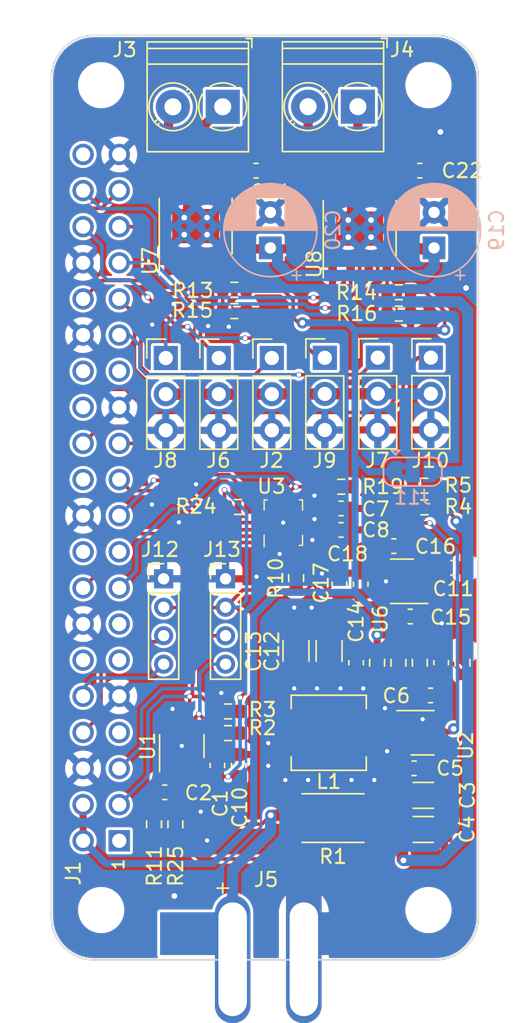
<source format=kicad_pcb>
(kicad_pcb (version 20211014) (generator pcbnew)
  (layers (0 "F.Cu" signal) (31 "B.Cu" signal) (34 "B.Paste" user) (35 "F.Paste" user) (36 "B.SilkS" user "B.Silkscreen") (37 "F.SilkS" user "F.Silkscreen") (38 "B.Mask" user) (39 "F.Mask" user) (44 "Edge.Cuts" user))
  (net 0 "")
  (net 1 "+3.3V")
  (net 2 "GND")
  (net 3 "+12V")
  (net 4 "Net-(C12-Pad1)")
  (net 5 "Net-(C9-Pad1)")
  (net 6 "+5V")
  (net 7 "Net-(C16-Pad1)")
  (net 9 "SDA")
  (net 10 "SCL")
  (net 14 "DIR_MOT_1")
  (net 16 "IMU_INT1")
  (net 18 "IMU_INT2")
  (net 19 "MOSI")
  (net 20 "MISO")
  (net 21 "V_PS_-")
  (net 22 "SCLK")
  (net 23 "IMU_CS")
  (net 27 "PWM_MOT_0")
  (net 28 "PWM_MOT_1")
  (net 30 "DIR_MOT_0")
  (net 32 "Net-(R4-Pad1)")
  (net 33 "Net-(R13-Pad2)")
  (net 34 "Net-(R14-Pad2)")
  (net 39 "Net-(C6-Pad2)")
  (net 40 "Net-(C6-Pad1)")
  (net 41 "Net-(J3-Pad1)")
  (net 42 "Net-(J3-Pad2)")
  (net 43 "Net-(J4-Pad1)")
  (net 44 "Net-(J4-Pad2)")
  (net 45 "Net-(C9-Pad2)")
  (net 47 "V_PS_+")
  (net 48 "V_GPIO")
  (net 49 "GPIO_1")
  (net 50 "GPIO_2")
  (net 51 "GPIO_3")
  (net 52 "GPIO_0")
  (net 53 "Net-(J1-Pad8)")
  (net 54 "Net-(J1-Pad10)")
  (net 55 "Net-(J5-Pad1)")
  (footprint "Capacitor_SMD:C_0603_1608Metric" (layer "F.Cu") (at 100.675 63.4)
    (fp_text reference "C16")
    (fp_text value "NC")
  )
  (footprint "Capacitor_SMD:C_0603_1608Metric" (layer "F.Cu") (at 96.971484 60.75 180)
    (fp_text reference "C7")
    (fp_text value "C")
  )
  (footprint "Capacitor_SMD:C_1206_3216Metric" (layer "F.Cu") (at 102.750001 83.325001)
    (fp_text reference "C4")
    (fp_text value "1µ")
  )
  (footprint "Connector_PinHeader_2.54mm:PinHeader_1x03_P2.54mm_Vertical" (layer "F.Cu") (at 103.275 50.15)
    (fp_text reference "J10")
    (fp_text value "Conn_01x03_Male")
  )
  (footprint "Capacitor_SMD:C_0603_1608Metric" (layer "F.Cu") (at 91 37)
    (fp_text reference "C21")
    (fp_text value "220n")
  )
  (footprint "Resistor_SMD:R_0603_1608Metric" (layer "F.Cu") (at 89.475 45.375 180)
    (fp_text reference "R13")
    (fp_text value "4K7")
  )
  (footprint "pylot:SOIC-8-1EP_3.9x4.9mm_P1.27mm_EP2.41x3.3mm" (layer "F.Cu") (at 86.75 40.9 90)
    (fp_text reference "U7")
    (fp_text value "A4950K")
  )
  (footprint "Resistor_SMD:R_0603_1608Metric" (layer "F.Cu") (at 85.325 82.9625 -90)
    (fp_text reference "R25")
    (fp_text value "10R")
  )
  (footprint "Package_LGA:Bosch_LGA-14_3x2.5mm_P0.5mm" (layer "F.Cu") (at 92.909409 61.75 90)
    (fp_text reference "U3")
    (fp_text value "BMI160")
  )
  (footprint "Inductor_SMD:L_Vishay_IHLP-2020" (layer "F.Cu") (at 96.100001 76.525 180)
    (fp_text reference "L1")
    (fp_text value "INDUCTOR")
  )
  (footprint "Resistor_SMD:R_0603_1608Metric" (layer "F.Cu") (at 89.025 76.55)
    (fp_text reference "R2")
    (fp_text value "4K7")
  )
  (footprint "Resistor_SMD:R_0603_1608Metric" (layer "F.Cu") (at 101 71.6 90)
    (fp_text reference "R8" hide)
    (fp_text value "49.9R")
  )
  (footprint "TerminalBlock_Phoenix:TerminalBlock_Phoenix_PT-1,5-2-3.5-H_1x02_P3.50mm_Horizontal" (layer "F.Cu") (at 98.15 32.5 180)
    (fp_text reference "J4")
    (fp_text value "Screw_Terminal_01x02")
  )
  (footprint "Resistor_SMD:R_0603_1608Metric" (layer "F.Cu") (at 89.025 75.025)
    (fp_text reference "R3")
    (fp_text value "4K7")
  )
  (footprint "Resistor_SMD:R_0603_1608Metric" (layer "F.Cu") (at 89.725 60.65)
    (fp_text reference "R24")
    (fp_text value "4K7")
  )
  (footprint "Capacitor_SMD:C_0603_1608Metric" (layer "F.Cu") (at 103.25 73.9 180)
    (fp_text reference "C6")
    (fp_text value "100n")
  )
  (footprint "Package_TO_SOT_SMD:SOT-23-5" (layer "F.Cu") (at 101.25 65.875 180)
    (fp_text reference "U6")
    (fp_text value "TPS73633DBV")
  )
  (footprint "Capacitor_SMD:C_1206_3216Metric" (layer "F.Cu") (at 96.125 70.775 90)
    (fp_text reference "C12")
    (fp_text value "22µ")
  )
  (footprint "Connector_PinHeader_2.00mm:PinHeader_1x04_P2.00mm_Vertical" (layer "F.Cu") (at 88.85 65.7)
    (fp_text reference "J13")
    (fp_text value "Conn_01x04_Male")
  )
  (footprint "Resistor_SMD:R_2512_6332Metric" (layer "F.Cu") (at 96.400001 82.525)
    (fp_text reference "R1")
    (fp_text value "R")
  )
  (footprint "Capacitor_SMD:C_0603_1608Metric" (layer "F.Cu") (at 102.100001 79.025)
    (fp_text reference "C5")
    (fp_text value "100n")
  )
  (footprint "Capacitor_SMD:C_0603_1608Metric" (layer "F.Cu") (at 88.275 78.825 90)
    (fp_text reference "C1")
    (fp_text value "C")
  )
  (footprint "Resistor_SMD:R_0603_1608Metric" (layer "F.Cu") (at 105.5 71.6 90)
    (fp_text reference "R7" hide)
    (fp_text value "13.3K")
  )
  (footprint "Capacitor_SMD:C_1206_3216Metric" (layer "F.Cu") (at 102.750001 80.925)
    (fp_text reference "C3")
    (fp_text value "10µ")
  )
  (footprint "Capacitor_SMD:C_0603_1608Metric" (layer "F.Cu") (at 98.025 71.6 90)
    (fp_text reference "C14")
    (fp_text value "1µ")
  )
  (footprint "Resistor_SMD:R_0603_1608Metric" (layer "F.Cu") (at 93.81097 65.656765 90)
    (fp_text reference "R10")
    (fp_text value "4K7")
  )
  (footprint "Connector_PinHeader_2.00mm:PinHeader_1x04_P2.00mm_Vertical" (layer "F.Cu") (at 84.5 65.7)
    (fp_text reference "J12")
    (fp_text value "Conn_01x04_Male")
  )
  (footprint "Capacitor_SMD:C_0603_1608Metric" (layer "F.Cu") (at 104.825 64.925)
    (fp_text reference "C11")
    (fp_text value "NC")
  )
  (footprint "Resistor_SMD:R_0603_1608Metric" (layer "F.Cu") (at 96.975 59.225 180)
    (fp_text reference "R19")
    (fp_text value "4K7")
  )
  (footprint "Resistor_SMD:R_0603_1608Metric" (layer "F.Cu") (at 101.025 47.05 180)
    (fp_text reference "R16")
    (fp_text value "4K7")
  )
  (footprint "Capacitor_SMD:C_0603_1608Metric" (layer "F.Cu") (at 96.85 66.075 90)
    (fp_text reference "C17")
    (fp_text value "1µ")
  )
  (footprint "Resistor_SMD:R_0603_1608Metric" (layer "F.Cu") (at 89.475 46.875 180)
    (fp_text reference "R15")
    (fp_text value "4K7")
  )
  (footprint "Capacitor_SMD:C_0603_1608Metric" (layer "F.Cu") (at 89.775 78.825 90)
    (fp_text reference "C10")
    (fp_text value "C")
  )
  (footprint "Resistor_SMD:R_0603_1608Metric" (layer "F.Cu") (at 83.825 82.9625 -90)
    (fp_text reference "R11")
    (fp_text value "10R")
  )
  (footprint "pylot:SOIC-8-1EP_3.9x4.9mm_P1.27mm_EP2.41x3.3mm" (layer "F.Cu") (at 98.275 41.075 90)
    (fp_text reference "U8")
    (fp_text value "A4950K")
  )
  (footprint "Connector_PinHeader_2.54mm:PinHeader_1x03_P2.54mm_Vertical" (layer "F.Cu") (at 92.1 50.175)
    (fp_text reference "J2")
    (fp_text value "Conn_01x03_Male")
  )
  (footprint "Resistor_SMD:R_0603_1608Metric" (layer "F.Cu") (at 101.025 45.55 180)
    (fp_text reference "R14")
    (fp_text value "4K7")
  )
  (footprint "pylot:ADA3708_RPI-ZERO" (layer "F.Cu") (at 80.11 59.99 90)
    (fp_text reference "J1")
    (fp_text value "Raspberry_Pi_2_3")
    (fp_line (start -29.5 26.5) (end 29.5 26.5) (layer "Edge.Cuts") (width 0.127))
    (fp_line (start 32.5 23.5) (end 32.5 -0.5) (layer "Edge.Cuts") (width 0.127))
    (fp_line (start -32.5 -0.5) (end -32.5 23.5) (layer "Edge.Cuts") (width 0.127))
    (fp_line (start 29.5 -3.5) (end -29.5 -3.5) (layer "Edge.Cuts") (width 0.127))
    (fp_arc (start -29.5 26.5) (mid -31.62132 25.62132) (end -32.5 23.5) (layer "Edge.Cuts") (width 0.127))
    (fp_arc (start -32.5 -0.5) (mid -31.62132 -2.62132) (end -29.5 -3.5) (layer "Edge.Cuts") (width 0.127))
    (fp_arc (start 29.5 -3.5) (mid 31.62132 -2.62132) (end 32.5 -0.5) (layer "Edge.Cuts") (width 0.127))
    (fp_arc (start 32.5 23.5) (mid 31.62132 25.62132) (end 29.5 26.5) (layer "Edge.Cuts") (width 0.127))
  )
  (footprint "Capacitor_SMD:C_0603_1608Metric" (layer "F.Cu") (at 101.825 68.35 180)
    (fp_text reference "C15")
    (fp_text value "100n")
  )
  (footprint "Connector_PinHeader_2.54mm:PinHeader_1x03_P2.54mm_Vertical" (layer "F.Cu") (at 88.375 50.175)
    (fp_text reference "J6")
    (fp_text value "Conn_01x03_Male")
  )
  (footprint "Capacitor_SMD:C_0603_1608Metric" (layer "F.Cu") (at 96.96946 62.262652 180)
    (fp_text reference "C8")
    (fp_text value "C")
  )
  (footprint "pylot:XT30" (layer "F.Cu") (at 91.85 92.45)
    (fp_text reference "J5")
    (fp_text value "Conn_01x02_Female")
  )
  (footprint "Package_TO_SOT_SMD:SOT-23-8" (layer "F.Cu") (at 85.775 77.4625 90)
    (fp_text reference "U1")
    (fp_text value "INA219AxDCN")
  )
  (footprint "Connector_PinHeader_2.54mm:PinHeader_1x03_P2.54mm_Vertical" (layer "F.Cu") (at 99.55 50.15)
    (fp_text reference "J7")
    (fp_text value "Conn_01x03_Male")
  )
  (footprint "Resistor_SMD:R_0603_1608Metric" (layer "F.Cu") (at 102.825 60.675)
    (fp_text reference "R4")
    (fp_text value "511K")
  )
  (footprint "Connector_PinHeader_2.54mm:PinHeader_1x03_P2.54mm_Vertical" (layer "F.Cu") (at 84.65 50.175)
    (fp_text reference "J8")
    (fp_text value "Conn_01x03_Male")
  )
  (footprint "Capacitor_SMD:C_0603_1608Metric" (layer "F.Cu") (at 102.5 37)
    (fp_text reference "C22")
    (fp_text value "220n")
  )
  (footprint "Capacitor_SMD:C_1206_3216Metric" (layer "F.Cu") (at 93.799998 70.775 90)
    (fp_text reference "C13")
    (fp_text value "22µ")
  )
  (footprint "Resistor_SMD:R_0603_1608Metric" (layer "F.Cu") (at 102.825 59.15)
    (fp_text reference "R5")
    (fp_text value "105K")
  )
  (footprint "Capacitor_SMD:C_0603_1608Metric" (layer "F.Cu") (at 104 71.6 90)
    (fp_text reference "C9" hide)
    (fp_text value "68p")
  )
  (footprint "Connector_PinHeader_2.54mm:PinHeader_1x03_P2.54mm_Vertical" (layer "F.Cu") (at 95.825 50.16)
    (fp_text reference "J9")
    (fp_text value "Conn_01x03_Male")
  )
  (footprint "Capacitor_SMD:C_0603_1608Metric" (layer "F.Cu") (at 98.35 66.075 90)
    (fp_text reference "C18")
    (fp_text value "100n")
  )
  (footprint "Capacitor_SMD:C_0603_1608Metric" (layer "F.Cu") (at 84.575 80.7125 180)
    (fp_text reference "C2")
    (fp_text value "100n")
  )
  (footprint "Resistor_SMD:R_0603_1608Metric" (layer "F.Cu") (at 102.5 71.6 90)
    (fp_text reference "R6" hide)
    (fp_text value "100K")
  )
  (footprint "Package_TO_SOT_SMD:SOT-23-6" (layer "F.Cu") (at 102.690001 76.525)
    (fp_text reference "U2")
    (fp_text value "TPS54302")
  )
  (footprint "Resistor_SMD:R_0603_1608Metric" (layer "F.Cu") (at 99.5 71.6 90)
    (fp_text reference "R12" hide)
    (fp_text value "0R")
  )
  (footprint "TerminalBlock_Phoenix:TerminalBlock_Phoenix_PT-1,5-2-3.5-H_1x02_P3.50mm_Horizontal" (layer "F.Cu") (at 88.65 32.51 180)
    (fp_text reference "J3")
    (fp_text value "Screw_Terminal_01x02")
  )
  (footprint "Jumper:SolderJumper-3_P1.3mm_Bridged2Bar12_RoundedPad1.0x1.5mm" (layer "B.Cu") (at 102 58.1675)
    (fp_text reference "J11")
    (fp_text value "Conn_01x03_Male")
  )
  (footprint "Capacitor_THT:CP_Radial_D6.3mm_P2.50mm" (layer "B.Cu") (at 103.5 42.43238 90)
    (fp_text reference "C19")
    (fp_text value "100µ")
  )
  (footprint "Capacitor_THT:CP_Radial_D6.3mm_P2.50mm" (layer "B.Cu") (at 92 42.43238 90)
    (fp_text reference "C20")
    (fp_text value "100µ")
  )
  (segment (start 93.81097 66.481765) (end 94.543235 66.481765) (width 0.25) (layer "F.Cu") (net 1))
  (segment (start 89.85 75.025) (end 89.85 76.55) (width 0.25) (layer "F.Cu") (net 1))
  (segment (start 88.775 59.45) (end 88.775 60.525) (width 0.25) (layer "F.Cu") (net 1))
  (segment (start 98.35 66.85) (end 96.85 66.85) (width 0.5) (layer "F.Cu") (net 1))
  (segment (start 96.825 66.875) (end 95.8 66.875) (width 0.25) (layer "F.Cu") (net 1))
  (segment (start 96.1 62.357112) (end 96.19446 62.262652) (width 0.25) (layer "F.Cu") (net 1))
  (segment (start 87.275 79.6) (end 88.275 79.6) (width 0.25) (layer "F.Cu") (net 1))
  (segment (start 93.81097 66.481765) (end 90.068235 66.481765) (width 0.25) (layer "F.Cu") (net 1))
  (segment (start 95.725 60.75) (end 95.4625 60.4875) (width 0.25) (layer "F.Cu") (net 1))
  (segment (start 96.85 66.85) (end 96.825 66.875) (width 0.25) (layer "F.Cu") (net 1))
  (segment (start 88.275 79.6) (end 89.025 79.6) (width 0.25) (layer "F.Cu") (net 1))
  (segment (start 90.25 68.35) (end 90.25 73.675) (width 0.25) (layer "F.Cu") (net 1))
  (segment (start 93.659409 60.4875) (end 95.4625 60.4875) (width 0.25) (layer "F.Cu") (net 1))
  (segment (start 89.85 75.025) (end 89.85 74.075) (width 0.25) (layer "F.Cu") (net 1))
  (segment (start 96.181808 62.25) (end 96.19446 62.262652) (width 0.25) (layer "F.Cu") (net 1))
  (segment (start 94.975 63.975) (end 96.1 62.85) (width 0.25) (layer "F.Cu") (net 1))
  (segment (start 90.25 73.675) (end 89.875 74.05) (width 0.25) (layer "F.Cu") (net 1))
  (segment (start 96.196484 60.75) (end 95.725 60.75) (width 0.25) (layer "F.Cu") (net 1))
  (segment (start 96.196484 60.75) (end 96.196484 62.260628) (width 0.25) (layer "F.Cu") (net 1))
  (segment (start 88.85 67.7) (end 89.6 67.7) (width 0.25) (layer "F.Cu") (net 1))
  (segment (start 96.196484 62.260628) (end 96.19446 62.262652) (width 0.25) (layer "F.Cu") (net 1))
  (segment (start 96.1 62.85) (end 96.1 62.357112) (width 0.25) (layer "F.Cu") (net 1))
  (segment (start 93.921909 62.25) (end 96.181808 62.25) (width 0.25) (layer "F.Cu") (net 1))
  (segment (start 84.5 67.725) (end 88.175 67.725) (width 0.25) (layer "F.Cu") (net 1))
  (segment (start 88.775 60.525) (end 88.9 60.65) (width 0.25) (layer "F.Cu") (net 1))
  (segment (start 88.2 67.7) (end 88.75 67.7) (width 0.25) (layer "F.Cu") (net 1))
  (segment (start 100.1125 66.825) (end 98.375 66.825) (width 0.5) (layer "F.Cu") (net 1))
  (segment (start 86.75 79.075) (end 87.275 79.6) (width 0.25) (layer "F.Cu") (net 1))
  (segment (start 98.375 66.825) (end 98.35 66.85) (width 0.5) (layer "F.Cu") (net 1))
  (segment (start 89.6 67.7) (end 90.25 68.35) (width 0.25) (layer "F.Cu") (net 1))
  (segment (start 89.025 79.6) (end 89.775 79.6) (width 0.25) (layer "F.Cu") (net 1))
  (segment (start 88.475 67.7) (end 89.4 67.7) (width 0.25) (layer "F.Cu") (net 1))
  (segment (start 96.196484 60.75) (end 96.275 60.75) (width 0.25) (layer "F.Cu") (net 1))
  (segment (start 86.75 78.6) (end 86.75 79.075) (width 0.25) (layer "F.Cu") (net 1))
  (segment (start 94.975 66.05) (end 94.975 63.975) (width 0.25) (layer "F.Cu") (net 1))
  (segment (start 88.175 67.725) (end 88.2 67.7) (width 0.25) (layer "F.Cu") (net 1))
  (segment (start 90.068235 66.481765) (end 88.85 67.7) (width 0.25) (layer "F.Cu") (net 1))
  (segment (start 89.85 74.075) (end 89.875 74.05) (width 0.25) (layer "F.Cu") (net 1))
  (segment (start 94.543235 66.481765) (end 94.975 66.05) (width 0.25) (layer "F.Cu") (net 1))
  (segment (start 96.275 60.75) (end 97.8 59.225) (width 0.25) (layer "F.Cu") (net 1))
  (segment (start 94.975 66.05) (end 95.8 66.875) (width 0.25) (layer "F.Cu") (net 1))
  (via (at 89.025 79.6) (size 0.4) (drill 0.3) (layers "F.Cu" "B.Cu") (net 1))
  (via (at 89.875 74.05) (size 0.4) (drill 0.3) (layers "F.Cu" "B.Cu") (net 1))
  (via (at 88.775 59.45) (size 0.4) (drill 0.3) (layers "F.Cu" "B.Cu") (net 1))
  (segment (start 90.325 67.2) (end 90.325 61) (width 0.25) (layer "B.Cu") (net 1))
  (segment (start 90.325 61) (end 88.775 59.45) (width 0.25) (layer "B.Cu") (net 1))
  (segment (start 89.875 78.75) (end 89.875 74.05) (width 0.25) (layer "B.Cu") (net 1))
  (segment (start 88.85 67.7) (end 89.825 67.7) (width 0.25) (layer "B.Cu") (net 1))
  (segment (start 89.025 79.6) (end 89.875 78.75) (width 0.25) (layer "B.Cu") (net 1))
  (segment (start 89.825 67.7) (end 90.325 67.2) (width 0.25) (layer "B.Cu") (net 1))
  (via (at 85.25 88) (size 0.8) (drill 0.4) (layers "F.Cu" "B.Cu") (net 2))
  (via (at 103.95 34.275) (size 0.8) (drill 0.4) (layers "F.Cu" "B.Cu") (net 2))
  (via (at 88.55 73.725) (size 0.4) (drill 0.3) (layers "F.Cu" "B.Cu") (net 2))
  (via (at 94.9 67.725) (size 0.4) (drill 0.3) (layers "F.Cu" "B.Cu") (net 2))
  (via (at 100.125 65.875) (size 0.4) (drill 0.3) (layers "F.Cu" "B.Cu") (net 2))
  (via (at 104.05 68.825) (size 0.4) (drill 0.3) (layers "F.Cu" "B.Cu") (net 2))
  (via (at 93.050002 79.85) (size 0.4) (drill 0.3) (layers "F.Cu" "B.Cu") (net 2))
  (via (at 91.85 78.85) (size 0.4) (drill 0.3) (layers "F.Cu" "B.Cu") (net 2))
  (via (at 85.2 46.375) (size 0.4) (drill 0.3) (layers "F.Cu" "B.Cu") (net 2))
  (via (at 95.625 65.325) (size 0.4) (drill 0.3) (layers "F.Cu" "B.Cu") (net 2))
  (via (at 94.65 79.85) (size 0.4) (drill 0.3) (layers "F.Cu" "B.Cu") (net 2))
  (via (at 89.075 47.975) (size 0.4) (drill 0.3) (layers "F.Cu" "B.Cu") (net 2))
  (via (at 83.7 47.825) (size 0.4) (drill 0.3) (layers "F.Cu" "B.Cu") (net 2))
  (via (at 93.675 73.4) (size 0.4) (drill 0.3) (layers "F.Cu" "B.Cu") (net 2))
  (via (at 92.9 61.75) (size 0.4) (drill 0.3) (layers "F.Cu" "B.Cu") (net 2))
  (via (at 95.1 61.5) (size 0.4) (drill 0.3) (layers "F.Cu" "B.Cu") (net 2))
  (via (at 98.524998 73.4) (size 0.4) (drill 0.3) (layers "F.Cu" "B.Cu") (net 2))
  (via (at 93.675 67.725) (size 0.4) (drill 0.3) (layers "F.Cu" "B.Cu") (net 2))
  (via (at 86.775 59.05) (size 0.4) (drill 0.3) (layers "F.Cu" "B.Cu") (net 2))
  (via (at 87.55 84.1) (size 0.4) (drill 0.3) (layers "F.Cu" "B.Cu") (net 2))
  (via (at 100.05 74.8) (size 0.4) (drill 0.3) (layers "F.Cu" "B.Cu") (net 2))
  (via (at 96.924999 73.4) (size 0.4) (drill 0.3) (layers "F.Cu" "B.Cu") (net 2))
  (via (at 83.675 60.475) (size 0.4) (drill 0.3) (layers "F.Cu" "B.Cu") (net 2))
  (via (at 85.575 61.725) (size 0.4) (drill 0.3) (layers "F.Cu" "B.Cu") (net 2))
  (via (at 95.1 59.85) (size 0.4) (drill 0.3) (layers "F.Cu" "B.Cu") (net 2))
  (via (at 100.199999 77.825) (size 0.4) (drill 0.3) (layers "F.Cu" "B.Cu") (net 2))
  (via (at 97.700002 79.85) (size 0.4) (drill 0.3) (layers "F.Cu" "B.Cu") (net 2))
  (via (at 91.025 65.55) (size 0.4) (drill 0.3) (layers "F.Cu" "B.Cu") (net 2))
  (via (at 85.125 74.85) (size 0.4) (drill 0.3) (layers "F.Cu" "B.Cu") (net 2))
  (via (at 99.3 79.85) (size 0.4) (drill 0.3) (layers "F.Cu" "B.Cu") (net 2))
  (via (at 85.775 77.45) (size 0.4) (drill 0.3) (layers "F.Cu" "B.Cu") (net 2))
  (via (at 87.1 82.075) (size 0.4) (drill 0.3) (layers "F.Cu" "B.Cu") (net 2))
  (via (at 105.75 45.25) (size 0.8) (drill 0.4) (layers "F.Cu" "B.Cu") (net 2))
  (via (at 102.7 75.575) (size 0.4) (drill 0.3) (layers "F.Cu" "B.Cu") (net 2))
  (via (at 94.95 62.975) (size 0.4) (drill 0.3) (layers "F.Cu" "B.Cu") (net 2))
  (via (at 95.274998 73.4) (size 0.4) (drill 0.3) (layers "F.Cu" "B.Cu") (net 2))
  (via (at 91.85 77.250003) (size 0.4) (drill 0.3) (layers "F.Cu" "B.Cu") (net 2))
  (via (at 87.625 47.925) (size 0.4) (drill 0.3) (layers "F.Cu" "B.Cu") (net 2))
  (via (at 92.65 63.95) (size 0.4) (drill 0.3) (layers "F.Cu" "B.Cu") (net 2))
  (segment (start 89 37) (end 88.655 37.345) (width 0.65) (layer "F.Cu") (net 3))
  (segment (start 85.325 83.7875) (end 85.3875 83.7875) (width 0.25) (layer "F.Cu") (net 3))
  (segment (start 101.300001 79.6) (end 101.325001 79.625) (width 0.5) (layer "F.Cu") (net 3))
  (segment (start 100.162502 83.325001) (end 99.362501 82.525) (width 0.8) (layer "F.Cu") (net 3))
  (segment (start 101.725 41.975) (end 102.25 42.5) (width 0.8) (layer "F.Cu") (net 3))
  (segment (start 101.275001 81.525) (end 101.275001 80.75) (width 0.5) (layer "F.Cu") (net 3))
  (segment (start 90.225 37) (end 89 37) (width 0.65) (layer "F.Cu") (net 3))
  (segment (start 85.3875 83.7875) (end 87 85.4) (width 0.25) (layer "F.Cu") (net 3))
  (segment (start 93 42.5) (end 90.75 42.5) (width 0.65) (layer "F.Cu") (net 3))
  (segment (start 103.65 60.675) (end 104.225 60.675) (width 0.25) (layer "F.Cu") (net 3))
  (segment (start 104.225 60.675) (end 105.05 61.5) (width 0.25) (layer "F.Cu") (net 3))
  (segment (start 90.75 42.5) (end 90.25 42) (width 0.65) (layer "F.Cu") (net 3))
  (segment (start 103.43238 42.5) (end 103.5 42.43238) (width 0.8) (layer "F.Cu") (net 3))
  (segment (start 101.552501 78.172499) (end 101.300001 78.424999) (width 0.5) (layer "F.Cu") (net 3))
  (segment (start 101.275001 83.325001) (end 100.162502 83.325001) (width 0.8) (layer "F.Cu") (net 3))
  (segment (start 101.75 37.025) (end 101.725 37) (width 0.8) (layer "F.Cu") (net 3))
  (segment (start 100.18 37.32) (end 100.18 38.6) (width 0.8) (layer "F.Cu") (net 3))
  (segment (start 90.25 37.025) (end 90.225 37) (width 0.65) (layer "F.Cu") (net 3))
  (segment (start 102.25 42.5) (end 103.43238 42.5) (width 0.8) (layer "F.Cu") (net 3))
  (segment (start 98.375 85.4) (end 99.362501 84.412499) (width 0.25) (layer "F.Cu") (net 3))
  (segment (start 101.275001 83.325001) (end 101.275001 85.425001) (width 0.8) (layer "F.Cu") (net 3))
  (segment (start 90.25 42) (end 90.25 37.025) (width 0.65) (layer "F.Cu") (net 3))
  (segment (start 101.725 37) (end 101.725 41.975) (width 0.8) (layer "F.Cu") (net 3))
  (segment (start 101.552501 77.474999) (end 101.552501 78.172499) (width 0.5) (layer "F.Cu") (net 3))
  (segment (start 87 85.4) (end 98.375 85.4) (width 0.25) (layer "F.Cu") (net 3))
  (segment (start 101.300001 78.424999) (end 101.300001 79.6) (width 0.5) (layer "F.Cu") (net 3))
  (segment (start 101.325001 80.7) (end 101.325001 79.625) (width 0.5) (layer "F.Cu") (net 3))
  (segment (start 101.725 37) (end 100.5 37) (width 0.8) (layer "F.Cu") (net 3))
  (segment (start 99.362501 84.412499) (end 99.362501 82.525) (width 0.25) (layer "F.Cu") (net 3))
  (segment (start 100.5 37) (end 100.18 37.32) (width 0.8) (layer "F.Cu") (net 3))
  (segment (start 88.655 37.345) (end 88.655 38.425) (width 0.65) (layer "F.Cu") (net 3))
  (segment (start 101.275001 82.950001) (end 101.275001 81.525) (width 0.5) (layer "F.Cu") (net 3))
  (segment (start 101.275001 85.425001) (end 101.35 85.5) (width 0.8) (layer "F.Cu") (net 3))
  (segment (start 101.275001 83.325001) (end 101.275001 82.950001) (width 0.8) (layer "F.Cu") (net 3))
  (segment (start 101.275001 80.75) (end 101.325001 80.7) (width 0.5) (layer "F.Cu") (net 3))
  (via (at 101.35 85.5) (size 0.8) (drill 0.4) (layers "F.Cu" "B.Cu") (net 3))
  (via (at 105.05 61.65) (size 0.8) (drill 0.4) (layers "F.Cu" "B.Cu") (net 3))
  (segment (start 98.3 44.375) (end 102.875 44.375) (width 0.8) (layer "B.Cu") (net 3))
  (segment (start 93.375 44.375) (end 92.5 43.5) (width 0.8) (layer "B.Cu") (net 3))
  (segment (start 103.95 85.5) (end 105.875501 83.574499) (width 0.8) (layer "B.Cu") (net 3))
  (segment (start 105.524499 62.124499) (end 105.05 61.65) (width 0.8) (layer "B.Cu") (net 3))
  (segment (start 101.35 85.5) (end 103.95 85.5) (width 0.8) (layer "B.Cu") (net 3))
  (segment (start 105.875501 46.850501) (end 105.25 46.225) (width 0.8) (layer "B.Cu") (net 3))
  (segment (start 103.3 58.1675) (end 105.693502 58.1675) (width 0.8) (layer "B.Cu") (net 3))
  (segment (start 105.875501 83.574499) (end 105.875501 62.124499) (width 0.8) (layer "B.Cu") (net 3))
  (segment (start 105.875501 62.124499) (end 105.524499 62.124499) (width 0.8) (layer "B.Cu") (net 3))
  (segment (start 98.3 44.375) (end 93.375 44.375) (width 0.8) (layer "B.Cu") (net 3))
  (segment (start 102.875 44.375) (end 103.5 43.75) (width 0.8) (layer "B.Cu") (net 3))
  (segment (start 105.875501 58.349499) (end 105.875501 46.850501) (width 0.8) (layer "B.Cu") (net 3))
  (segment (start 98.3 45.65) (end 98.3 44.375) (width 0.8) (layer "B.Cu") (net 3))
  (segment (start 105.693502 58.1675) (end 105.875501 58.349499) (width 0.8) (layer "B.Cu") (net 3))
  (segment (start 103.5 43.75) (end 103.5 42.43238) (width 0.8) (layer "B.Cu") (net 3))
  (segment (start 105.875501 62.124499) (end 105.875501 58.349499) (width 0.8) (layer "B.Cu") (net 3))
  (segment (start 105.25 46.225) (end 98.875 46.225) (width 0.8) (layer "B.Cu") (net 3))
  (segment (start 92.5 43.5) (end 92.5 42.43238) (width 0.8) (layer "B.Cu") (net 3))
  (segment (start 98.875 46.225) (end 98.3 45.65) (width 0.8) (layer "B.Cu") (net 3))
  (segment (start 99.450001 72.375001) (end 99.5 72.425) (width 0.65) (layer "F.Cu") (net 4))
  (segment (start 91.85 72.725) (end 92.325 72.25) (width 0.65) (layer "F.Cu") (net 4))
  (segment (start 101 72.425) (end 99.5 72.425) (width 0.25) (layer "F.Cu") (net 4))
  (segment (start 96.075002 72.25) (end 97.85 72.25) (width 0.65) (layer "F.Cu") (net 4))
  (segment (start 93.673501 76.525) (end 92.6 76.525) (width 0.65) (layer "F.Cu") (net 4))
  (segment (start 97.975001 72.375001) (end 99.450001 72.375001) (width 0.65) (layer "F.Cu") (net 4))
  (segment (start 93.675 72.25) (end 96.075002 72.25) (width 0.65) (layer "F.Cu") (net 4))
  (segment (start 92.325 72.25) (end 93.675 72.25) (width 0.65) (layer "F.Cu") (net 4))
  (segment (start 91.85 75.775) (end 91.85 72.725) (width 0.65) (layer "F.Cu") (net 4))
  (segment (start 97.85 72.25) (end 97.975001 72.375001) (width 0.65) (layer "F.Cu") (net 4))
  (segment (start 92.6 76.525) (end 91.85 75.775) (width 0.65) (layer "F.Cu") (net 4))
  (segment (start 102.55 72.375) (end 102.5 72.425) (width 0.25) (layer "F.Cu") (net 5))
  (segment (start 101.225 71.6) (end 101 71.375) (width 0.25) (layer "F.Cu") (net 5))
  (segment (start 102.5 72.025) (end 102.075 71.6) (width 0.25) (layer "F.Cu") (net 5))
  (segment (start 104 72.375) (end 102.55 72.375) (width 0.25) (layer "F.Cu") (net 5))
  (segment (start 102.075 71.6) (end 101.225 71.6) (width 0.25) (layer "F.Cu") (net 5))
  (segment (start 102.5 72.425) (end 102.5 72.025) (width 0.25) (layer "F.Cu") (net 5))
  (segment (start 101 71.375) (end 101 70.775) (width 0.25) (layer "F.Cu") (net 5))
  (segment (start 102.3875 64.925) (end 103.75 64.925) (width 0.25) (layer "F.Cu") (net 6))
  (segment (start 104 64.975) (end 104.05 64.925) (width 0.5) (layer "F.Cu") (net 6))
  (segment (start 103.75 64.925) (end 104.075 65.25) (width 0.25) (layer "F.Cu") (net 6))
  (segment (start 92.875 45.375) (end 90.3 45.375) (width 0.25) (layer "F.Cu") (net 6))
  (segment (start 104.05 64.925) (end 104.05 66.45) (width 0.25) (layer "F.Cu") (net 6))
  (segment (start 102.575 68.350001) (end 102.575 67.0125) (width 0.5) (layer "F.Cu") (net 6))
  (segment (start 93.975 47.7) (end 93.6 47.325) (width 0.25) (layer "F.Cu") (net 6))
  (segment (start 104.05 66.45) (end 103.675 66.825) (width 0.25) (layer "F.Cu") (net 6))
  (segment (start 102.9 45.55) (end 101.85 45.55) (width 0.25) (layer "F.Cu") (net 6))
  (segment (start 93.6 47.325) (end 93.6 46.1) (width 0.25) (layer "F.Cu") (net 6))
  (segment (start 102.3875 64.925) (end 104.05 64.925) (width 0.25) (layer "F.Cu") (net 6))
  (segment (start 102.575 69.025) (end 102.575 68.350001) (width 0.5) (layer "F.Cu") (net 6))
  (segment (start 93.6 46.1) (end 92.875 45.375) (width 0.25) (layer "F.Cu") (net 6))
  (segment (start 102.575 67.0125) (end 102.3875 66.825) (width 0.5) (layer "F.Cu") (net 6))
  (segment (start 104.25 46.9) (end 102.9 45.55) (width 0.25) (layer "F.Cu") (net 6))
  (segment (start 99.5 69.65) (end 101.95 69.65) (width 0.5) (layer "F.Cu") (net 6))
  (segment (start 94.25 47.7) (end 93.975 47.7) (width 0.25) (layer "F.Cu") (net 6))
  (segment (start 99.5 70.775) (end 99.5 69.65) (width 0.5) (layer "F.Cu") (net 6))
  (segment (start 78.84 81.58) (end 78.84 84.12) (width 0.5) (layer "F.Cu") (net 6))
  (segment (start 101.95 69.65) (end 102.575 69.025) (width 0.5) (layer "F.Cu") (net 6))
  (segment (start 103.675 66.825) (end 102.3875 66.825) (width 0.25) (layer "F.Cu") (net 6))
  (segment (start 104.25 48.2) (end 104.25 46.9) (width 0.25) (layer "F.Cu") (net 6))
  (via (at 104.25 48.2) (size 0.8) (drill 0.4) (layers "F.Cu" "B.Cu") (net 6))
  (via (at 99.5 69.65) (size 0.8) (drill 0.4) (layers "F.Cu" "B.Cu") (net 6))
  (via (at 94.25 47.7) (size 0.8) (drill 0.4) (layers "F.Cu" "B.Cu") (net 6))
  (segment (start 80.445 85.725) (end 87.975 85.725) (width 0.5) (layer "B.Cu") (net 6))
  (segment (start 98.9325 58.1575) (end 97.95 57.175) (width 0.5) (layer "B.Cu") (net 6))
  (segment (start 90.825 68.3) (end 92.475 66.65) (width 0.5) (layer "B.Cu") (net 6))
  (segment (start 98.9325 58.1675) (end 100.7 58.1675) (width 0.5) (layer "B.Cu") (net 6))
  (segment (start 97.95 57.175) (end 97.95 48.25) (width 0.5) (layer "B.Cu") (net 6))
  (segment (start 87.975 85.725) (end 90.825 82.875) (width 0.5) (layer "B.Cu") (net 6))
  (segment (start 97.95 66.65) (end 97.95 57.175) (width 0.5) (layer "B.Cu") (net 6))
  (segment (start 99.5 68.2) (end 97.95 66.65) (width 0.5) (layer "B.Cu") (net 6))
  (segment (start 98.9325 58.1675) (end 98.9325 58.1575) (width 0.5) (layer "B.Cu") (net 6))
  (segment (start 97.95 48.25) (end 103.925 48.25) (width 0.5) (layer "B.Cu") (net 6))
  (segment (start 92.475 66.65) (end 97.95 66.65) (width 0.5) (layer "B.Cu") (net 6))
  (segment (start 97.95 48.25) (end 97.4 47.7) (width 0.5) (layer "B.Cu") (net 6))
  (segment (start 90.825 82.875) (end 90.825 68.3) (width 0.5) (layer "B.Cu") (net 6))
  (segment (start 97.4 47.7) (end 94.25 47.7) (width 0.5) (layer "B.Cu") (net 6))
  (segment (start 78.84 84.12) (end 80.445 85.725) (width 0.5) (layer "B.Cu") (net 6))
  (segment (start 99.5 69.65) (end 99.5 68.2) (width 0.5) (layer "B.Cu") (net 6))
  (segment (start 100.1125 64.925) (end 100.1125 64.7375) (width 0.25) (layer "F.Cu") (net 7))
  (segment (start 100.1125 64.7375) (end 99.9 64.525) (width 0.25) (layer "F.Cu") (net 7))
  (segment (start 99.9 64.525) (end 99.9 63.4) (width 0.25) (layer "F.Cu") (net 7))
  (segment (start 100.125 64.9125) (end 100.1125 64.925) (width 0.25) (layer "F.Cu") (net 7))
  (segment (start 87.15 73.975) (end 88.2 75.025) (width 0.25) (layer "F.Cu") (net 9))
  (segment (start 86.3255 73.975) (end 87.15 73.975) (width 0.25) (layer "F.Cu") (net 9))
  (segment (start 86.525 73.7755) (end 86.525 70.275) (width 0.25) (layer "F.Cu") (net 9))
  (segment (start 86.1 74.65) (end 86.1 76.325) (width 0.25) (layer "F.Cu") (net 9))
  (segment (start 87.1 69.7) (end 88.2 69.7) (width 0.25) (layer "F.Cu") (net 9))
  (segment (start 86.3255 74.4245) (end 86.1 74.65) (width 0.25) (layer "F.Cu") (net 9))
  (segment (start 86.3255 73.975) (end 86.525 73.7755) (width 0.25) (layer "F.Cu") (net 9))
  (segment (start 86.525 70.275) (end 87.1 69.7) (width 0.25) (layer "F.Cu") (net 9))
  (segment (start 86.3255 73.975) (end 86.3255 74.4245) (width 0.25) (layer "F.Cu") (net 9))
  (via (at 86.3255 73.975) (size 0.4) (drill 0.3) (layers "F.Cu" "B.Cu") (net 9))
  (segment (start 83.219302 79.730698) (end 83.4 79.55) (width 0.25) (layer "B.Cu") (net 9))
  (segment (start 83.219302 79.740698) (end 83.219302 79.730698) (width 0.25) (layer "B.Cu") (net 9))
  (segment (start 81.38 81.58) (end 83.219302 79.740698) (width 0.25) (layer "B.Cu") (net 9))
  (segment (start 83.4 75.05) (end 84.475 73.975) (width 0.25) (layer "B.Cu") (net 9))
  (segment (start 83.4 79.55) (end 83.4 75.05) (width 0.25) (layer "B.Cu") (net 9))
  (segment (start 84.475 73.975) (end 86.3255 73.975) (width 0.25) (layer "B.Cu") (net 9))
  (segment (start 88.2 76.425) (end 86.975 75.2) (width 0.25) (layer "F.Cu") (net 10))
  (segment (start 86.75 75.425) (end 86.75 76.325) (width 0.25) (layer "F.Cu") (net 10))
  (segment (start 86.975 75.2) (end 86.75 75.425) (width 0.25) (layer "F.Cu") (net 10))
  (segment (start 88.2 76.55) (end 88.2 76.425) (width 0.25) (layer "F.Cu") (net 10))
  (via (at 86.975 75.2) (size 0.4) (drill 0.3) (layers "F.Cu" "B.Cu") (net 10))
  (segment (start 81.38 79.04) (end 82.769302 77.650698) (width 0.25) (layer "B.Cu") (net 10))
  (segment (start 82.769302 77.650698) (end 82.774302 77.650698) (width 0.25) (layer "B.Cu") (net 10))
  (segment (start 87.05 75.125) (end 86.975 75.2) (width 0.25) (layer "B.Cu") (net 10))
  (segment (start 87.05 73.525) (end 87.05 75.125) (width 0.25) (layer "B.Cu") (net 10))
  (segment (start 87.675 71.7) (end 88.475 71.7) (width 0.25) (layer "B.Cu") (net 10))
  (segment (start 82.95 74.863604) (end 84.383604 73.43) (width 0.25) (layer "B.Cu") (net 10))
  (segment (start 84.383604 73.43) (end 86.955 73.43) (width 0.25) (layer "B.Cu") (net 10))
  (segment (start 82.774302 77.650698) (end 82.95 77.475) (width 0.25) (layer "B.Cu") (net 10))
  (segment (start 82.95 77.475) (end 82.95 74.863604) (width 0.25) (layer "B.Cu") (net 10))
  (segment (start 87.05 72.325) (end 87.675 71.7) (width 0.25) (layer "B.Cu") (net 10))
  (segment (start 87.05 72.325) (end 87.05 73.525) (width 0.25) (layer "B.Cu") (net 10))
  (segment (start 86.955 73.43) (end 87.05 73.525) (width 0.25) (layer "B.Cu") (net 10))
  (segment (start 97.64 45.235) (end 97.025 45.85) (width 0.25) (layer "F.Cu") (net 14))
  (segment (start 97.64 43.55) (end 97.64 45.235) (width 0.25) (layer "F.Cu") (net 14))
  (segment (start 97.025 45.85) (end 96.95 45.925) (width 0.25) (layer "F.Cu") (net 14))
  (segment (start 96.95 45.925) (end 95.025 45.925) (width 0.25) (layer "F.Cu") (net 14))
  (via (at 95.025 45.925) (size 0.4) (drill 0.3) (layers "F.Cu" "B.Cu") (net 14))
  (segment (start 86.3 45.925) (end 95.025 45.925) (width 0.25) (layer "B.Cu") (net 14))
  (segment (start 86.3 45.925) (end 83.9 43.525) (width 0.25) (layer "B.Cu") (net 14))
  (segment (start 78.84 38.4) (end 80.114278 39.674278) (width 0.25) (layer "B.Cu") (net 14))
  (segment (start 83.249278 39.674278) (end 83.9 40.325) (width 0.25) (layer "B.Cu") (net 14))
  (segment (start 83.9 43.525) (end 83.9 40.325) (width 0.25) (layer "B.Cu") (net 14))
  (segment (start 80.114278 39.674278) (end 83.249278 39.674278) (width 0.25) (layer "B.Cu") (net 14))
  (segment (start 79.919 65.256) (end 79.919 65.261) (width 0.25) (layer "F.Cu") (net 16))
  (segment (start 93.81097 64.831765) (end 93.792735 64.85) (width 0.25) (layer "F.Cu") (net 16))
  (segment (start 87.290812 62.525) (end 80.85 62.525) (width 0.25) (layer "F.Cu") (net 16))
  (segment (start 79.919 65.261) (end 78.84 66.34) (width 0.25) (layer "F.Cu") (net 16))
  (segment (start 80.1 65.075) (end 79.919 65.256) (width 0.25) (layer "F.Cu") (net 16))
  (segment (start 93.81097 64.831765) (end 93.659409 64.680203) (width 0.25) (layer "F.Cu") (net 16))
  (segment (start 90.8 63.15) (end 87.915812 63.15) (width 0.25) (layer "F.Cu") (net 16))
  (segment (start 87.915812 63.15) (end 87.290812 62.525) (width 0.25) (layer "F.Cu") (net 16))
  (segment (start 80.1 63.275) (end 80.1 65.075) (width 0.25) (layer "F.Cu") (net 16))
  (segment (start 93.659409 64.680203) (end 93.659409 63.012499) (width 0.25) (layer "F.Cu") (net 16))
  (segment (start 93.792735 64.85) (end 92.5 64.85) (width 0.25) (layer "F.Cu") (net 16))
  (segment (start 80.85 62.525) (end 80.1 63.275) (width 0.25) (layer "F.Cu") (net 16))
  (segment (start 92.5 64.85) (end 90.8 63.15) (width 0.25) (layer "F.Cu") (net 16))
  (segment (start 93.159409 59.765591) (end 93.7 59.225) (width 0.25) (layer "F.Cu") (net 18))
  (segment (start 93.159409 60.4875) (end 93.159409 59.765591) (width 0.25) (layer "F.Cu") (net 18))
  (segment (start 93.7 59.225) (end 95.678516 59.225) (width 0.25) (layer "F.Cu") (net 18))
  (via (at 93.8 59.225) (size 0.4) (drill 0.3) (layers "F.Cu" "B.Cu") (net 18))
  (segment (start 82.6 65.12) (end 82.6 63.275) (width 0.25) (layer "B.Cu") (net 18))
  (segment (start 82.6 63.275) (end 85.1 60.775) (width 0.25) (layer "B.Cu") (net 18))
  (segment (start 88.45 58.525) (end 93.1 58.525) (width 0.25) (layer "B.Cu") (net 18))
  (segment (start 93.1 58.525) (end 93.8 59.225) (width 0.25) (layer "B.Cu") (net 18))
  (segment (start 81.38 66.34) (end 82.6 65.12) (width 0.25) (layer "B.Cu") (net 18))
  (segment (start 86.2 60.775) (end 88.45 58.525) (width 0.25) (layer "B.Cu") (net 18))
  (segment (start 85.1 60.775) (end 86.2 60.775) (width 0.25) (layer "B.Cu") (net 18))
  (segment (start 84.814104 58.7755) (end 88.288604 62.25) (width 0.25) (layer "F.Cu") (net 19))
  (segment (start 83.8 58.7755) (end 84.814104 58.7755) (width 0.25) (layer "F.Cu") (net 19))
  (segment (start 88.288604 62.25) (end 91.896909 62.25) (width 0.25) (layer "F.Cu") (net 19))
  (via (at 83.8 58.7755) (size 0.4) (drill 0.3) (layers "F.Cu" "B.Cu") (net 19))
  (segment (start 81.38 61.26) (end 83.8 58.84) (width 0.25) (layer "B.Cu") (net 19))
  (segment (start 83.8 58.84) (end 83.8 58.7755) (width 0.25) (layer "B.Cu") (net 19))
  (segment (start 82.16 59.5) (end 84.902208 59.5) (width 0.25) (layer "F.Cu") (net 20))
  (segment (start 91.3375 63.0125) (end 92.159409 63.0125) (width 0.25) (layer "F.Cu") (net 20))
  (segment (start 81.38 58.72) (end 82.16 59.5) (width 0.25) (layer "F.Cu") (net 20))
  (segment (start 88.102208 62.7) (end 91.025 62.7) (width 0.25) (layer "F.Cu") (net 20))
  (segment (start 91.025 62.7) (end 91.3375 63.0125) (width 0.25) (layer "F.Cu") (net 20))
  (segment (start 84.902208 59.5) (end 88.102208 62.7) (width 0.25) (layer "F.Cu") (net 20))
  (segment (start 85.35 78.7) (end 85.45 78.6) (width 0.2) (layer "F.Cu") (net 21))
  (segment (start 85.35 80.7125) (end 85.35 78.7) (width 0.2) (layer "F.Cu") (net 21))
  (segment (start 85.325 80.7375) (end 85.35 80.7125) (width 0.2) (layer "F.Cu") (net 21))
  (segment (start 85.325 82.1375) (end 85.325 80.7375) (width 0.2) (layer "F.Cu") (net 21))
  (segment (start 91.896909 61.75) (end 88.425 61.75) (width 0.25) (layer "F.Cu") (net 22))
  (segment (start 82.855 56.18) (end 81.38 56.18) (width 0.25) (layer "F.Cu") (net 22))
  (segment (start 88.425 61.75) (end 82.855 56.18) (width 0.25) (layer "F.Cu") (net 22))
  (segment (start 89.1 58.375) (end 85.686396 58.375) (width 0.25) (layer "F.Cu") (net 23))
  (segment (start 82.286396 54.975) (end 80.045 54.975) (width 0.25) (layer "F.Cu") (net 23))
  (segment (start 91.15 61.25) (end 90.55 60.65) (width 0.25) (layer "F.Cu") (net 23))
  (segment (start 90.55 60.65) (end 90.55 59.825) (width 0.25) (layer "F.Cu") (net 23))
  (segment (start 85.686396 58.375) (end 82.286396 54.975) (width 0.25) (layer "F.Cu") (net 23))
  (segment (start 80.045 54.975) (end 78.84 56.18) (width 0.25) (layer "F.Cu") (net 23))
  (segment (start 91.896909 61.25) (end 91.15 61.25) (width 0.25) (layer "F.Cu") (net 23))
  (segment (start 90.55 59.825) (end 89.1 58.375) (width 0.25) (layer "F.Cu") (net 23))
  (segment (start 87.08 46.918604) (end 87.08 48.88) (width 0.25) (layer "F.Cu") (net 27))
  (segment (start 83.538604 44.725) (end 84.463604 45.65) (width 0.25) (layer "F.Cu") (net 27))
  (segment (start 85.811396 45.65) (end 87.385 44.076396) (width 0.25) (layer "F.Cu") (net 27))
  (segment (start 87.08 48.88) (end 88.375 50.175) (width 0.25) (layer "F.Cu") (net 27))
  (segment (start 85.811396 45.65) (end 87.08 46.918604) (width 0.25) (layer "F.Cu") (net 27))
  (segment (start 87.385 44.076396) (end 87.385 43.375) (width 0.25) (layer "F.Cu") (net 27))
  (segment (start 80.135 44.725) (end 83.538604 44.725) (width 0.25) (layer "F.Cu") (net 27))
  (segment (start 84.463604 45.65) (end 85.811396 45.65) (width 0.25) (layer "F.Cu") (net 27))
  (segment (start 78.84 46.02) (end 80.135 44.725) (width 0.25) (layer "F.Cu") (net 27))
  (segment (start 98.91 43.55) (end 98.91 44.601396) (width 0.25) (layer "F.Cu") (net 28))
  (segment (start 96.861896 46.6495) (end 95.8424 46.6495) (width 0.25) (layer "F.Cu") (net 28))
  (segment (start 98.91 44.601396) (end 96.861896 46.6495) (width 0.25) (layer "F.Cu") (net 28))
  (via (at 95.8424 46.6495) (size 0.4) (drill 0.3) (layers "F.Cu" "B.Cu") (net 28))
  (segment (start 86.113604 46.375) (end 94.4 46.375) (width 0.25) (layer "B.Cu") (net 28))
  (segment (start 84.65 50.175) (end 84.65 47.838604) (width 0.25) (layer "B.Cu") (net 28))
  (segment (start 86.113604 46.375) (end 83.218604 43.48) (width 0.25) (layer "B.Cu") (net 28))
  (segment (start 94.4 46.375) (end 94.6745 46.6495) (width 0.25) (layer "B.Cu") (net 28))
  (segment (start 83.218604 43.48) (end 81.38 43.48) (width 0.25) (layer "B.Cu") (net 28))
  (segment (start 94.6745 46.6495) (end 95.8424 46.6495) (width 0.25) (layer "B.Cu") (net 28))
  (segment (start 84.65 47.838604) (end 86.113604 46.375) (width 0.25) (layer "B.Cu") (net 28))
  (segment (start 86.175 44.65) (end 86.175 43.435) (width 0.25) (layer "F.Cu") (net 30))
  (segment (start 86.175 43.435) (end 86.115 43.375) (width 0.25) (layer "F.Cu") (net 30))
  (segment (start 83.225 41.575) (end 82.59 40.94) (width 0.25) (layer "F.Cu") (net 30))
  (segment (start 82.59 40.94) (end 81.38 40.94) (width 0.25) (layer "F.Cu") (net 30))
  (segment (start 85.625 45.2) (end 86.175 44.65) (width 0.25) (layer "F.Cu") (net 30))
  (segment (start 83.225 43.775) (end 84.65 45.2) (width 0.25) (layer "F.Cu") (net 30))
  (segment (start 84.65 45.2) (end 85.625 45.2) (width 0.25) (layer "F.Cu") (net 30))
  (segment (start 83.225 43.775) (end 83.225 41.575) (width 0.25) (layer "F.Cu") (net 30))
  (segment (start 102 59.15) (end 102 60.675) (width 0.25) (layer "F.Cu") (net 32))
  (segment (start 102.375 61.775) (end 102 61.4) (width 0.25) (layer "F.Cu") (net 32))
  (segment (start 104.600702 76.525) (end 104.875501 76.250201) (width 0.25) (layer "F.Cu") (net 32))
  (segment (start 103.2 61.775) (end 102.375 61.775) (width 0.25) (layer "F.Cu") (net 32))
  (segment (start 103.827501 76.525) (end 104.600702 76.525) (width 0.25) (layer "F.Cu") (net 32))
  (segment (start 102 61.4) (end 102 60.675) (width 0.25) (layer "F.Cu") (net 32))
  (via (at 104.875501 76.250201) (size 0.8) (drill 0.4) (layers "F.Cu" "B.Cu") (net 32))
  (via (at 103.2 61.775) (size 0.4) (drill 0.3) (layers "F.Cu" "B.Cu") (net 32))
  (segment (start 103.2 61.775) (end 105.150501 63.725501) (width 0.25) (layer "B.Cu") (net 32))
  (segment (start 104.974799 76.250201) (end 105.150501 76.074499) (width 0.25) (layer "B.Cu") (net 32))
  (segment (start 104.875501 76.250201) (end 104.974799 76.250201) (width 0.25) (layer "B.Cu") (net 32))
  (segment (start 105.150501 76.074499) (end 105.150501 63.725501) (width 0.25) (layer "B.Cu") (net 32))
  (segment (start 88.655 45.37) (end 88.65 45.375) (width 0.25) (layer "F.Cu") (net 33))
  (segment (start 88.65 45.375) (end 88.65 46.875) (width 0.25) (layer "F.Cu") (net 33))
  (segment (start 88.655 43.375) (end 88.655 45.37) (width 0.25) (layer "F.Cu") (net 33))
  (segment (start 100.2 47.05) (end 100.2 45.55) (width 0.25) (layer "F.Cu") (net 34))
  (segment (start 100.2 43.57) (end 100.18 43.55) (width 0.25) (layer "F.Cu") (net 34))
  (segment (start 100.2 45.55) (end 100.2 43.57) (width 0.25) (layer "F.Cu") (net 34))
  (segment (start 99.25 73.85) (end 102.350001 73.85) (width 0.25) (layer "F.Cu") (net 39))
  (segment (start 101.552501 76.525) (end 98.526501 76.525) (width 0.65) (layer "F.Cu") (net 39))
  (segment (start 98.526501 74.573499) (end 99.25 73.85) (width 0.25) (layer "F.Cu") (net 39))
  (segment (start 98.526501 76.525) (end 98.526501 74.573499) (width 0.25) (layer "F.Cu") (net 39))
  (segment (start 104.075001 74.025) (end 104.075001 75.327501) (width 0.5) (layer "F.Cu") (net 40))
  (segment (start 104.075001 75.327501) (end 103.827501 75.575001) (width 0.5) (layer "F.Cu") (net 40))
  (segment (start 87.385 38.425) (end 87.385 33.775) (width 0.65) (layer "F.Cu") (net 41))
  (segment (start 87.385 33.775) (end 88.65 32.51) (width 0.65) (layer "F.Cu") (net 41))
  (segment (start 84.845 32.815) (end 85.15 32.51) (width 0.65) (layer "F.Cu") (net 42))
  (segment (start 84.845 38.425) (end 84.845 32.815) (width 0.65) (layer "F.Cu") (net 42))
  (segment (start 98.15 35.05) (end 98.15 32.5) (width 0.65) (layer "F.Cu") (net 43))
  (segment (start 98.91 38.6) (end 98.91 35.81) (width 0.65) (layer "F.Cu") (net 43))
  (segment (start 98.91 35.81) (end 98.15 35.05) (width 0.65) (layer "F.Cu") (net 43))
  (segment (start 94.65 34.85) (end 94.65 32.5) (width 0.65) (layer "F.Cu") (net 44))
  (segment (start 96.37 36.62) (end 94.625 34.875) (width 0.65) (layer "F.Cu") (net 44))
  (segment (start 94.625 34.875) (end 94.65 34.85) (width 0.65) (layer "F.Cu") (net 44))
  (segment (start 96.37 38.6) (end 96.37 36.62) (width 0.65) (layer "F.Cu") (net 44))
  (segment (start 102.55 70.825) (end 102.5 70.775) (width 0.25) (layer "F.Cu") (net 45))
  (segment (start 104 70.825) (end 105.5 72.325) (width 0.25) (layer "F.Cu") (net 45))
  (segment (start 104 70.825) (end 102.55 70.825) (width 0.25) (layer "F.Cu") (net 45))
  (segment (start 104.800001 77.525) (end 105.600001 76.725) (width 0.25) (layer "F.Cu") (net 45))
  (segment (start 103.827501 77.474999) (end 103.877501 77.525) (width 0.25) (layer "F.Cu") (net 45))
  (segment (start 105.600001 72.525001) (end 105.5 72.425) (width 0.25) (layer "F.Cu") (net 45))
  (segment (start 105.5 72.325) (end 105.5 72.425) (width 0.25) (layer "F.Cu") (net 45))
  (segment (start 103.877501 77.525) (end 104.800001 77.525) (width 0.25) (layer "F.Cu") (net 45))
  (segment (start 105.600001 76.725) (end 105.600001 72.525001) (width 0.25) (layer "F.Cu") (net 45))
  (segment (start 83.825 80.7375) (end 83.8 80.7125) (width 0.2) (layer "F.Cu") (net 47))
  (segment (start 83.8 79.6) (end 84.8 78.6) (width 0.2) (layer "F.Cu") (net 47))
  (segment (start 83.8 80.7125) (end 83.8 79.6) (width 0.2) (layer "F.Cu") (net 47))
  (segment (start 83.825 82.1375) (end 83.825 80.7375) (width 0.2) (layer "F.Cu") (net 47))
  (segment (start 92.115 52.7) (end 92.1 52.715) (width 0.8) (layer "F.Cu") (net 48))
  (segment (start 99.55 52.69) (end 95.835 52.69) (width 0.8) (layer "F.Cu") (net 48))
  (segment (start 95.825 52.7) (end 92.115 52.7) (width 0.8) (layer "F.Cu") (net 48))
  (segment (start 88.375 52.715) (end 84.65 52.715) (width 0.8) (layer "F.Cu") (net 48))
  (segment (start 95.835 52.69) (end 95.825 52.7) (width 0.8) (layer "F.Cu") (net 48))
  (segment (start 92.1 52.715) (end 88.375 52.715) (width 0.8) (layer "F.Cu") (net 48))
  (segment (start 101.475 52.9) (end 101.685 52.69) (width 0.8) (layer "B.Cu") (net 48))
  (segment (start 102 57.2) (end 101.475 56.675) (width 0.8) (layer "B.Cu") (net 48))
  (segment (start 102 58.1675) (end 102 57.2) (width 0.8) (layer "B.Cu") (net 48))
  (segment (start 101.475 56.675) (end 101.475 52.9) (width 0.8) (layer "B.Cu") (net 48))
  (segment (start 103.275 52.69) (end 101.685 52.69) (width 0.8) (layer "B.Cu") (net 48))
  (segment (start 101.685 52.69) (end 99.55 52.69) (width 0.8) (layer "B.Cu") (net 48))
  (segment (start 99.55 50.15) (end 98.35 51.35) (width 0.25) (layer "F.Cu") (net 49))
  (segment (start 98.35 51.35) (end 94 51.35) (width 0.25) (layer "F.Cu") (net 49))
  (via (at 94 51.35) (size 0.4) (drill 0.3) (layers "F.Cu" "B.Cu") (net 49))
  (segment (start 94 51.35) (end 83.293556 51.35) (width 0.25) (layer "B.Cu") (net 49))
  (segment (start 82.085 48.56) (end 81.38 48.56) (width 0.25) (layer "B.Cu") (net 49))
  (segment (start 83.293556 51.35) (end 82.825 50.881444) (width 0.25) (layer "B.Cu") (net 49))
  (segment (start 82.825 50.881444) (end 82.825 49.3) (width 0.25) (layer "B.Cu") (net 49))
  (segment (start 82.825 49.3) (end 82.085 48.56) (width 0.25) (layer "B.Cu") (net 49))
  (segment (start 85.45 47.975) (end 83.375 45.9) (width 0.25) (layer "F.Cu") (net 50))
  (segment (start 86.175 47.975) (end 85.45 47.975) (width 0.25) (layer "F.Cu") (net 50))
  (segment (start 95.825 50.16) (end 95.335 50.16) (width 0.25) (layer "F.Cu") (net 50))
  (segment (start 93.95 48.775) (end 95.335 50.16) (width 0.25) (layer "F.Cu") (net 50))
  (segment (start 93.95 48.775) (end 90.225 48.775) (width 0.25) (layer "F.Cu") (net 50))
  (via (at 90.225 48.775) (size 0.4) (drill 0.3) (layers "F.Cu" "B.Cu") (net 50))
  (via (at 83.375 45.9) (size 0.4) (drill 0.3) (layers "F.Cu" "B.Cu") (net 50))
  (via (at 86.175 47.975) (size 0.4) (drill 0.3) (layers "F.Cu" "B.Cu") (net 50))
  (segment (start 83.375 45.9) (end 82.15 44.675) (width 0.25) (layer "B.Cu") (net 50))
  (segment (start 80.525 44.675) (end 80.15 44.3) (width 0.25) (layer "B.Cu") (net 50))
  (segment (start 80.15 44.3) (end 80.15 42.25) (width 0.25) (layer "B.Cu") (net 50))
  (segment (start 80.15 42.25) (end 78.84 40.94) (width 0.25) (layer "B.Cu") (net 50))
  (segment (start 86.975 48.775) (end 86.175 47.975) (width 0.25) (layer "B.Cu") (net 50))
  (segment (start 90.225 48.775) (end 86.975 48.775) (width 0.25) (layer "B.Cu") (net 50))
  (segment (start 82.15 44.675) (end 80.525 44.675) (width 0.25) (layer "B.Cu") (net 50))
  (segment (start 78.35 39.65) (end 80.13 39.65) (width 0.25) (layer "F.Cu") (net 51))
  (segment (start 83.45 54) (end 81.826937 52.376937) (width 0.25) (layer "F.Cu") (net 51))
  (segment (start 101.325 53.125) (end 100.45 54) (width 0.25) (layer "F.Cu") (net 51))
  (segment (start 81.826937 52.376937) (end 78.351937 52.376937) (width 0.25) (layer "F.Cu") (net 51))
  (segment (start 80.13 39.65) (end 81.38 38.4) (width 0.25) (layer "F.Cu") (net 51))
  (segment (start 77.25 40.75) (end 78.35 39.65) (width 0.25) (layer "F.Cu") (net 51))
  (segment (start 100.45 54) (end 83.45 54) (width 0.25) (layer "F.Cu") (net 51))
  (segment (start 78.351937 52.376937) (end 77.25 51.275) (width 0.25) (layer "F.Cu") (net 51))
  (segment (start 101.325 51.2) (end 101.325 53.125) (width 0.25) (layer "F.Cu") (net 51))
  (segment (start 103.275 50.15) (end 102.375 50.15) (width 0.25) (layer "F.Cu") (net 51))
  (segment (start 102.375 50.15) (end 101.325 51.2) (width 0.25) (layer "F.Cu") (net 51))
  (segment (start 77.25 51.275) (end 77.25 40.75) (width 0.25) (layer "F.Cu") (net 51))
  (segment (start 82.9 47.54) (end 81.38 46.02) (width 0.25) (layer "F.Cu") (net 52))
  (segment (start 83.475 51.35) (end 82.9 50.775) (width 0.25) (layer "F.Cu") (net 52))
  (segment (start 82.9 50.775) (end 82.9 47.54) (width 0.25) (layer "F.Cu") (net 52))
  (segment (start 92.1 50.175) (end 90.925 51.35) (width 0.25) (layer "F.Cu") (net 52))
  (segment (start 90.925 51.35) (end 83.475 51.35) (width 0.25) (layer "F.Cu") (net 52))
  (segment (start 80.1 75.24) (end 78.84 76.5) (width 0.25) (layer "F.Cu") (net 53))
  (segment (start 80.1 71.025) (end 80.1 75.24) (width 0.25) (layer "F.Cu") (net 53))
  (segment (start 84.5 69.7) (end 84.075 70.125) (width 0.25) (layer "F.Cu") (net 53))
  (segment (start 84.075 70.125) (end 81 70.125) (width 0.25) (layer "F.Cu") (net 53))
  (segment (start 81 70.125) (end 80.1 71.025) (width 0.25) (layer "F.Cu") (net 53))
  (segment (start 83.525 72.675) (end 79.55 72.675) (width 0.25) (layer "B.Cu") (net 54))
  (segment (start 78.84 73.385) (end 78.84 73.96) (width 0.25) (layer "B.Cu") (net 54))
  (segment (start 79.55 72.675) (end 78.84 73.385) (width 0.25) (layer "B.Cu") (net 54))
  (segment (start 84.5 71.7) (end 83.525 72.675) (width 0.25) (layer "B.Cu") (net 54))
  (segment (start 84.0375 83.7875) (end 84.875 82.95) (width 0.25) (layer "F.Cu") (net 55))
  (segment (start 84.875 82.95) (end 91.4 82.95) (width 0.25) (layer "F.Cu") (net 55))
  (segment (start 92.025 82.325) (end 93.237501 82.325) (width 0.8) (layer "F.Cu") (net 55))
  (segment (start 93.237501 82.325) (end 93.437501 82.525) (width 0.8) (layer "F.Cu") (net 55))
  (segment (start 83.825 83.7875) (end 84.0375 83.7875) (width 0.25) (layer "F.Cu") (net 55))
  (segment (start 91.4 82.95) (end 92.025 82.325) (width 0.25) (layer "F.Cu") (net 55))
  (via (at 92.025 82.325) (size 0.8) (drill 0.4) (layers "F.Cu" "B.Cu") (net 55))
  (segment (start 92.025 83.475) (end 89.35 86.15) (width 0.8) (layer "B.Cu") (net 55))
  (segment (start 92.025 83.475) (end 92.025 82.325) (width 0.8) (layer "B.Cu") (net 55))
  (segment (start 89.35 86.15) (end 89.35 92.09) (width 0.8) (layer "B.Cu") (net 55))
  (zone (net 2) (net_name "GND") (layers F&B.Cu) (connect_pads (clearance 0.127)) (min_thickness 0.127) (fill yes (thermal_gap 0.508) (thermal_bridge_width 0.508))
    (polygon (pts (xy 110 96) (xy 73 96) (xy 73 25) (xy 110 25)))
  )
)
</source>
